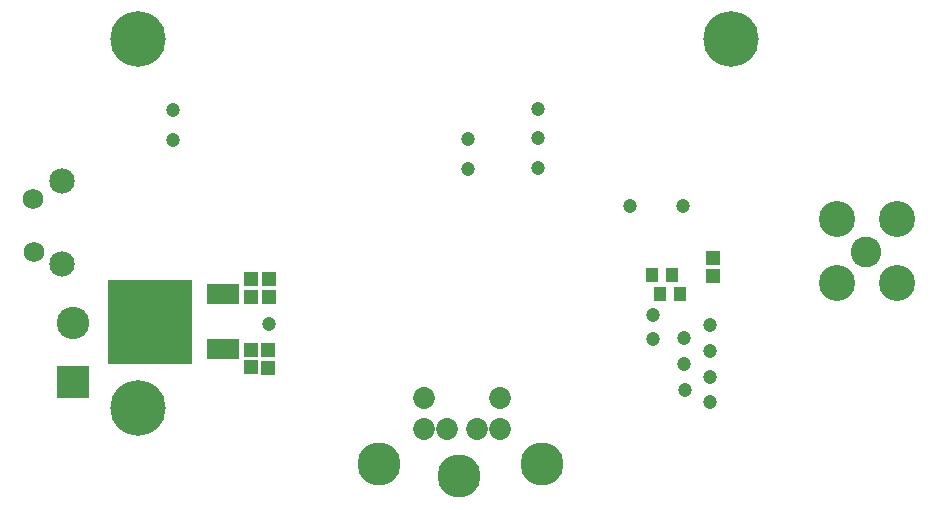
<source format=gbs>
G04*
G04 #@! TF.GenerationSoftware,Altium Limited,Altium Designer,25.2.1 (25)*
G04*
G04 Layer_Color=16711935*
%FSLAX44Y44*%
%MOMM*%
G71*
G04*
G04 #@! TF.SameCoordinates,87619A9C-F5BC-4542-8D18-A5A081A772CD*
G04*
G04*
G04 #@! TF.FilePolarity,Negative*
G04*
G01*
G75*
%ADD39R,1.1032X1.2032*%
G04:AMPARAMS|DCode=43|XSize=1.1532mm|YSize=1.1532mm|CornerRadius=0mm|HoleSize=0mm|Usage=FLASHONLY|Rotation=90.000|XOffset=0mm|YOffset=0mm|HoleType=Round|Shape=RoundedRectangle|*
%AMROUNDEDRECTD43*
21,1,1.1532,1.1532,0,0,90.0*
21,1,1.1532,1.1532,0,0,90.0*
1,1,0.0000,0.5766,0.5766*
1,1,0.0000,0.5766,-0.5766*
1,1,0.0000,-0.5766,-0.5766*
1,1,0.0000,-0.5766,0.5766*
%
%ADD43ROUNDEDRECTD43*%
%ADD53C,1.2000*%
%ADD59C,4.7032*%
%ADD60C,3.6532*%
%ADD61C,1.8532*%
%ADD62C,3.0532*%
%ADD63C,2.6032*%
%ADD64R,2.7532X2.7532*%
%ADD65C,2.7532*%
%ADD66C,1.7432*%
%ADD67C,1.2032*%
%ADD68C,2.1532*%
%ADD88R,2.7032X1.7032*%
%ADD89R,7.2032X7.2032*%
D39*
X580238Y184150D02*
D03*
X597238D02*
D03*
X573008Y200660D02*
D03*
X590009D02*
D03*
D43*
X248724Y196851D02*
D03*
Y181851D02*
D03*
X233912Y137157D02*
D03*
Y122157D02*
D03*
X625309Y214834D02*
D03*
Y199834D02*
D03*
X233591Y196785D02*
D03*
Y181785D02*
D03*
X248608Y137071D02*
D03*
Y122071D02*
D03*
D53*
X601000Y103000D02*
D03*
X573888Y166370D02*
D03*
X574193Y146355D02*
D03*
X554838Y259080D02*
D03*
X599288D02*
D03*
X248768Y158750D02*
D03*
X622148Y92710D02*
D03*
X622148Y114300D02*
D03*
X622148Y135890D02*
D03*
X622331Y158242D02*
D03*
X600558Y147320D02*
D03*
X600558Y125146D02*
D03*
X477129Y291262D02*
D03*
X417439Y290466D02*
D03*
X477129Y316103D02*
D03*
X417439Y315866D02*
D03*
X477129Y341266D02*
D03*
D59*
X138000Y400000D02*
D03*
Y88000D02*
D03*
X640000Y400000D02*
D03*
D60*
X342000Y40000D02*
D03*
X410000Y30000D02*
D03*
X480000Y40000D02*
D03*
D61*
X425000Y70000D02*
D03*
X400000D02*
D03*
X380000Y96000D02*
D03*
Y70000D02*
D03*
X445000Y96000D02*
D03*
Y70000D02*
D03*
D62*
X781000Y194000D02*
D03*
X730000D02*
D03*
Y248000D02*
D03*
X781000D02*
D03*
D63*
X755000Y220000D02*
D03*
D64*
X83000Y110000D02*
D03*
D65*
Y160000D02*
D03*
D66*
X50000Y220000D02*
D03*
X49000Y265000D02*
D03*
D67*
X168000Y340000D02*
D03*
Y315000D02*
D03*
D68*
X74000Y210000D02*
D03*
Y280000D02*
D03*
D88*
X210500Y184000D02*
D03*
Y138000D02*
D03*
D89*
X148000Y161000D02*
D03*
M02*

</source>
